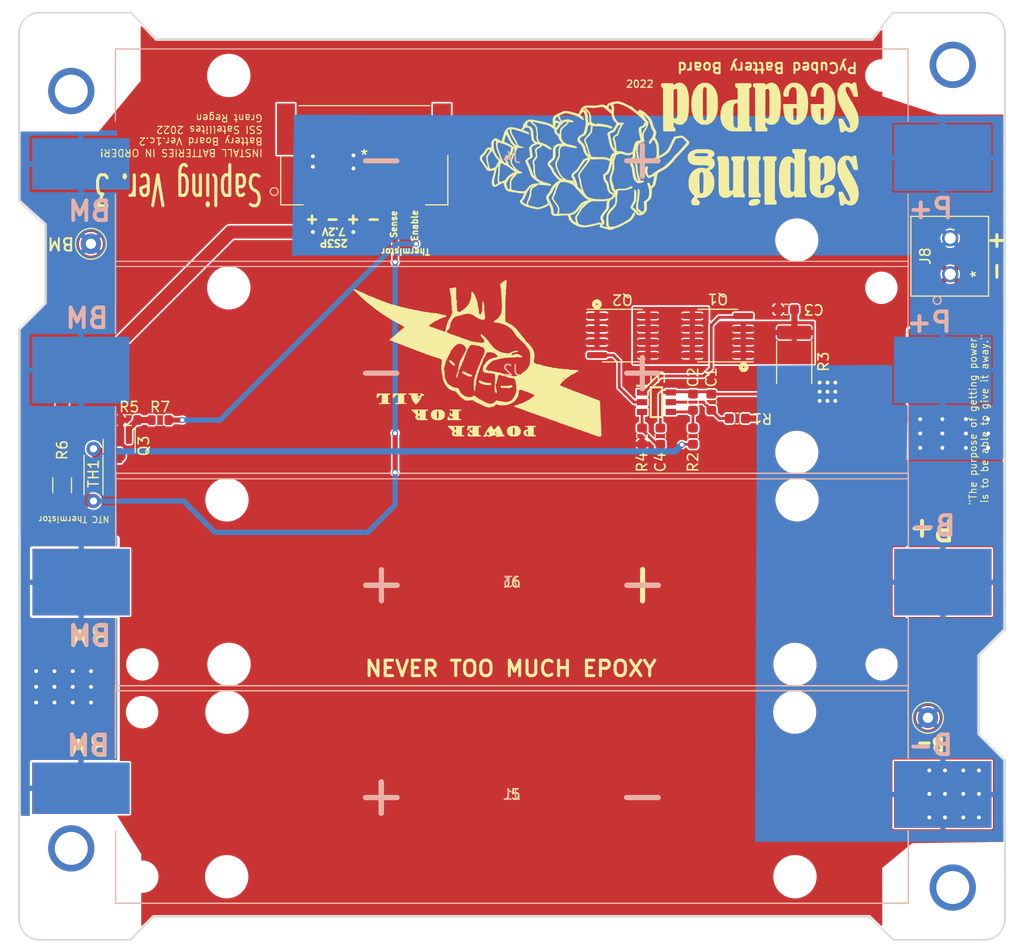
<source format=kicad_pcb>
(kicad_pcb (version 20211014) (generator pcbnew)
  (title_block (title "Battery Board") (date "2021-12-19") (rev "1.C") (company "Stanford SSI") (comment 1 "Original design by Max Holiday, very small adaptations by Grant Regen"))
  (layers (0 "F.Cu" signal) (31 "B.Cu" signal) (34 "B.Paste" user) (35 "F.Paste" user) (36 "B.SilkS" user "B.Silkscreen") (37 "F.SilkS" user "F.Silkscreen") (38 "B.Mask" user) (39 "F.Mask" user) (44 "Edge.Cuts" user))
  (net 0 "")
  (net 1 "/VDD")
  (net 2 "B-")
  (net 3 "Net-(C2-Pad2)")
  (net 4 "PACK-")
  (net 5 "BM")
  (net 6 "PACK+")
  (net 7 "Net-(Q1-Pad5)")
  (net 8 "Net-(Q1-Pad4)")
  (net 9 "Net-(Q2-Pad4)")
  (net 10 "Net-(C3-Pad1)")
  (net 11 "Net-(C4-Pad2)")
  (net 12 "PyCubed_AIN5")
  (net 13 "DigitalPinTBD")
  (net 15 "Net-(Q3-Pad3)")
  (net 19 "Net-(Q3-Pad1)")
  (net 20 "PyCubed_PA20")
  (footprint "batteryboard:Keystone_1042" (layer "F.Cu") (at 101.1174 129.8448 180)
    (fp_text reference "J5" (at 0 0) (layer "F.SilkS"))
    (fp_text value "KEYSTONE-1042")
    (fp_text user "+" (at 12.7 0) (layer "F.SilkS") (effects (font (size 4 4) (thickness 0.5))))
    (fp_text user "-" (at -12.7 0) (layer "F.SilkS") (effects (font (size 4 4) (thickness 0.5))))
    (pad "" np_thru_hole circle locked (at 27.7241 -8.001 180) (size 3.7084 3.7084) (drill 3.7084) (layers *.Cu *.Mask))
    (pad "" np_thru_hole circle locked (at -27.5209 8.001 180) (size 3.7084 3.7084) (drill 3.7084) (layers *.Cu *.Mask))
    (pad "" np_thru_hole circle locked (at 35.9537 8.001 180) (size 2.6416 2.6416) (drill 2.6416) (layers *.Cu *.Mask))
    (pad "1" smd rect locked (at -41.91 0 180) (size 9.4676 6.477) (layers "F.Cu" "F.Paste" "F.Mask") (net 2 "B-"))
    (pad "2" smd rect locked (at 41.91 0.6 180) (size 9.4676 5) (layers "F.Cu" "F.Paste" "F.Mask") (net 5 "BM"))
  )
  (footprint "custom-footprints:SOT95P280X130-6N" (layer "F.Cu") (at 115.189 91.694)
    (fp_text reference "U1" (at 0 -2.4765 180 unlocked) (layer "F.SilkS"))
    (fp_text value "R5460N233AF" hide)
    (pad "1" smd rect locked (at -1.4 -0.95 90) (size 0.6 1) (layers "F.Cu" "F.Paste" "F.Mask") (net 8 "Net-(Q1-Pad4)"))
    (pad "2" smd rect locked (at -1.4 0 90) (size 0.6 1) (layers "F.Cu" "F.Paste" "F.Mask") (net 9 "Net-(Q2-Pad4)"))
    (pad "3" smd rect locked (at -1.4 0.95 90) (size 0.6 1) (layers "F.Cu" "F.Paste" "F.Mask") (net 11 "Net-(C4-Pad2)"))
    (pad "4" smd rect locked (at 1.4 0.95 90) (size 0.6 1) (layers "F.Cu" "F.Paste" "F.Mask") (net 3 "Net-(C2-Pad2)"))
    (pad "5" smd rect locked (at 1.4 0 90) (size 0.6 1) (layers "F.Cu" "F.Paste" "F.Mask") (net 1 "/VDD"))
    (pad "6" smd rect locked (at 1.4 -0.95 90) (size 0.6 1) (layers "F.Cu" "F.Paste" "F.Mask") (net 2 "B-"))
  )
  (footprint "batteryboard:Keystone_1042" (layer "F.Cu") (at 101.1428 109.1946)
    (fp_text reference "J6" (at 0 0) (layer "F.SilkS"))
    (fp_text value "KEYSTONE-1042")
    (fp_text user "-" (at -12.7 0) (layer "F.SilkS") (effects (font (size 4 4) (thickness 0.5))))
    (fp_text user "+" (at 12.7 0) (layer "F.SilkS") (effects (font (size 4 4) (thickness 0.5))))
    (pad "" np_thru_hole circle locked (at -27.5209 8.001) (size 3.7084 3.7084) (drill 3.7084) (layers *.Cu *.Mask))
    (pad "" np_thru_hole circle locked (at 35.9537 8.001) (size 2.6416 2.6416) (drill 2.6416) (layers *.Cu *.Mask))
    (pad "" np_thru_hole circle locked (at 27.7241 -8.001) (size 3.7084 3.7084) (drill 3.7084) (layers *.Cu *.Mask))
    (pad "1" smd rect locked (at -41.91 0) (size 9.4676 6.477) (layers "F.Cu" "F.Paste" "F.Mask") (net 5 "BM"))
    (pad "2" smd rect locked (at 41.91 0) (size 9.4676 6.477) (layers "F.Cu" "F.Paste" "F.Mask") (net 6 "PACK+"))
  )
  (footprint "Capacitor_SMD:C_0603_1608Metric" (layer "F.Cu") (at 120.523 91.694 -90)
    (fp_text reference "C1" (at -2.413 0 90) (layer "F.SilkS"))
    (fp_text value "0.1uF")
    (pad "1" smd roundrect locked (at -0.7875 0 270) (size 0.875 0.95) (layers "F.Cu" "F.Paste" "F.Mask") (net 2 "B-"))
    (pad "2" smd roundrect locked (at 0.7875 0 270) (size 0.875 0.95) (layers "F.Cu" "F.Paste" "F.Mask") (net 1 "/VDD"))
  )
  (footprint "Capacitor_SMD:C_0603_1608Metric" (layer "F.Cu") (at 118.745 91.694 -90)
    (fp_text reference "C2" (at -2.413 0 90) (layer "F.SilkS"))
    (fp_text value "0.1uF")
    (pad "1" smd roundrect locked (at -0.7875 0 270) (size 0.875 0.95) (layers "F.Cu" "F.Paste" "F.Mask") (net 2 "B-"))
    (pad "2" smd roundrect locked (at 0.7875 0 270) (size 0.875 0.95) (layers "F.Cu" "F.Paste" "F.Mask") (net 3 "Net-(C2-Pad2)"))
  )
  (footprint "Capacitor_SMD:C_0603_1608Metric" (layer "F.Cu") (at 115.57 94.996 -90)
    (fp_text reference "C4" (at 2.54 0 90) (layer "F.SilkS"))
    (fp_text value "0.1uF")
    (pad "1" smd roundrect locked (at -0.7875 0 270) (size 0.875 0.95) (layers "F.Cu" "F.Paste" "F.Mask") (net 2 "B-"))
    (pad "2" smd roundrect locked (at 0.7875 0 270) (size 0.875 0.95) (layers "F.Cu" "F.Paste" "F.Mask") (net 11 "Net-(C4-Pad2)"))
  )
  (footprint "Capacitor_SMD:C_0603_1608Metric" (layer "F.Cu") (at 127.8255 82.677 180)
    (fp_text reference "C3" (at -2.667 0 180 unlocked) (layer "F.SilkS"))
    (fp_text value "0.1uF")
    (pad "1" smd roundrect locked (at -0.7875 0 180) (size 0.875 0.95) (layers "F.Cu" "F.Paste" "F.Mask") (net 10 "Net-(C3-Pad1)"))
    (pad "2" smd roundrect locked (at 0.7875 0 180) (size 0.875 0.95) (layers "F.Cu" "F.Paste" "F.Mask") (net 4 "PACK-"))
  )
  (footprint "Resistor_SMD:R_0603_1608Metric" (layer "F.Cu") (at 123.063 93.2815 180)
    (fp_text reference "R1" (at -2.413 0 180 unlocked) (layer "F.SilkS"))
    (fp_text value "330")
    (pad "1" smd roundrect locked (at -0.7875 0 180) (size 0.875 0.95) (layers "F.Cu" "F.Paste" "F.Mask") (net 6 "PACK+"))
    (pad "2" smd roundrect locked (at 0.7875 0 180) (size 0.875 0.95) (layers "F.Cu" "F.Paste" "F.Mask") (net 1 "/VDD"))
  )
  (footprint "Resistor_SMD:R_0603_1608Metric" (layer "F.Cu") (at 118.745 94.996 90)
    (fp_text reference "R2" (at -2.54 0 90) (layer "F.SilkS"))
    (fp_text value "330")
    (pad "1" smd roundrect locked (at -0.7875 0 90) (size 0.875 0.95) (layers "F.Cu" "F.Paste" "F.Mask") (net 5 "BM"))
    (pad "2" smd roundrect locked (at 0.7875 0 90) (size 0.875 0.95) (layers "F.Cu" "F.Paste" "F.Mask") (net 3 "Net-(C2-Pad2)"))
  )
  (footprint "Package_SO:SOIC-8_3.9x4.9mm_P1.27mm" (layer "F.Cu") (at 111.887 85.217)
    (fp_text reference "Q2" (at 0 -3.4925 180 unlocked) (layer "F.SilkS"))
    (fp_text value "IRF7458")
    (pad "1" smd roundrect locked (at -2.475 -1.905) (size 1.95 0.6) (layers "F.Cu" "F.Paste" "F.Mask") (net 4 "PACK-"))
    (pad "2" smd roundrect locked (at -2.475 -0.635) (size 1.95 0.6) (layers "F.Cu" "F.Paste" "F.Mask") (net 4 "PACK-"))
    (pad "3" smd roundrect locked (at -2.475 0.635) (size 1.95 0.6) (layers "F.Cu" "F.Paste" "F.Mask") (net 4 "PACK-"))
    (pad "4" smd roundrect locked (at -2.475 1.905) (size 1.95 0.6) (layers "F.Cu" "F.Paste" "F.Mask") (net 9 "Net-(Q2-Pad4)"))
    (pad "5" smd roundrect locked (at 2.475 1.905) (size 1.95 0.6) (layers "F.Cu" "F.Paste" "F.Mask") (net 7 "Net-(Q1-Pad5)"))
    (pad "6" smd roundrect locked (at 2.475 0.635) (size 1.95 0.6) (layers "F.Cu" "F.Paste" "F.Mask") (net 7 "Net-(Q1-Pad5)"))
    (pad "7" smd roundrect locked (at 2.475 -0.635) (size 1.95 0.6) (layers "F.Cu" "F.Paste" "F.Mask") (net 7 "Net-(Q1-Pad5)"))
    (pad "8" smd roundrect locked (at 2.475 -1.905) (size 1.95 0.6) (layers "F.Cu" "F.Paste" "F.Mask") (net 7 "Net-(Q1-Pad5)"))
  )
  (footprint "Package_SO:SOIC-8_3.9x4.9mm_P1.27mm" (layer "F.Cu") (at 121.158 85.217 180)
    (fp_text reference "Q1" (at 0 3.556 180 unlocked) (layer "F.SilkS"))
    (fp_text value "IRF7458")
    (pad "1" smd roundrect locked (at -2.475 -1.905 180) (size 1.95 0.6) (layers "F.Cu" "F.Paste" "F.Mask") (net 10 "Net-(C3-Pad1)"))
    (pad "2" smd roundrect locked (at -2.475 -0.635 180) (size 1.95 0.6) (layers "F.Cu" "F.Paste" "F.Mask") (net 10 "Net-(C3-Pad1)"))
    (pad "3" smd roundrect locked (at -2.475 0.635 180) (size 1.95 0.6) (layers "F.Cu" "F.Paste" "F.Mask") (net 10 "Net-(C3-Pad1)"))
    (pad "4" smd roundrect locked (at -2.475 1.905 180) (size 1.95 0.6) (layers "F.Cu" "F.Paste" "F.Mask") (net 8 "Net-(Q1-Pad4)"))
    (pad "5" smd roundrect locked (at 2.475 1.905 180) (size 1.95 0.6) (layers "F.Cu" "F.Paste" "F.Mask") (net 7 "Net-(Q1-Pad5)"))
    (pad "6" smd roundrect locked (at 2.475 0.635 180) (size 1.95 0.6) (layers "F.Cu" "F.Paste" "F.Mask") (net 7 "Net-(Q1-Pad5)"))
    (pad "7" smd roundrect locked (at 2.475 -0.635 180) (size 1.95 0.6) (layers "F.Cu" "F.Paste" "F.Mask") (net 7 "Net-(Q1-Pad5)"))
    (pad "8" smd roundrect locked (at 2.475 -1.905 180) (size 1.95 0.6) (layers "F.Cu" "F.Paste" "F.Mask") (net 7 "Net-(Q1-Pad5)"))
  )
  (footprint "Resistor_SMD:R_0603_1608Metric" (layer "F.Cu") (at 113.792 94.996 -90)
    (fp_text reference "R4" (at 2.54 0 90) (layer "F.SilkS"))
    (fp_text value "1K")
    (pad "1" smd roundrect locked (at -0.7875 0 270) (size 0.875 0.95) (layers "F.Cu" "F.Paste" "F.Mask") (net 11 "Net-(C4-Pad2)"))
    (pad "2" smd roundrect locked (at 0.7875 0 270) (size 0.875 0.95) (layers "F.Cu" "F.Paste" "F.Mask") (net 4 "PACK-"))
  )
  (footprint "Resistor_SMD:R_2512_6332Metric" (layer "F.Cu") (at 128.5875 87.8205 90)
    (fp_text reference "R3" (at 0.0635 2.8575 90) (layer "F.SilkS"))
    (fp_text value "0.01")
    (pad "1" smd roundrect locked (at -2.9 0 90) (size 1.35 3.35) (layers "F.Cu" "F.Paste" "F.Mask") (roundrect_rratio 0.185185) (net 2 "B-"))
    (pad "2" smd roundrect locked (at 2.9 0 90) (size 1.35 3.35) (layers "F.Cu" "F.Paste" "F.Mask") (roundrect_rratio 0.185185) (net 10 "Net-(C3-Pad1)"))
  )
  (footprint "TestPoint:TestPoint_Loop_D1.80mm_Drill1.0mm_Beaded" (layer "F.Cu") (at 141.5923 122.3899)
    (fp_text reference "TP1" hide)
    (fp_text value "TestPoint")
    (pad "1" thru_hole circle locked (at 0 0) (size 2 2) (drill 1) (layers *.Cu *.Mask) (net 2 "B-"))
  )
  (footprint "TestPoint:TestPoint_Loop_D1.80mm_Drill1.0mm_Beaded" (layer "F.Cu") (at 60.1853 76.2889)
    (fp_text reference "TP2" hide)
    (fp_text value "TestPoint")
    (pad "1" thru_hole circle locked (at 0 0) (size 2 2) (drill 1) (layers *.Cu *.Mask) (net 5 "BM"))
  )
  (footprint "custom-footprints:MountingHole_3.2mm_M3_DIN965_PadMOD" (layer "F.Cu") (at 144.0103 138.8999)
    (fp_text reference "H4" hide)
    (fp_text value "MountingHole_Pad")
    (pad "1" thru_hole circle locked (at 0 0) (size 4.5 4.5) (drill 3.2) (layers *.Cu *.Mask))
  )
  (footprint "custom-footprints:MountingHole_3.2mm_M3_DIN965_PadMOD" (layer "F.Cu") (at 58.2803 61.4299)
    (fp_text reference "H2" hide)
    (fp_text value "MountingHole_Pad")
    (pad "1" thru_hole circle locked (at 0 0) (size 4.5 4.5) (drill 3.2) (layers *.Cu *.Mask))
  )
  (footprint "custom-footprints:MountingHole_3.2mm_M3_DIN965_PadMOD" (layer "F.Cu") (at 58.2803 135.0899)
    (fp_text reference "H1" hide)
    (fp_text value "MountingHole_Pad")
    (pad "1" thru_hole circle locked (at 0 0) (size 4.5 4.5) (drill 3.2) (layers *.Cu *.Mask))
  )
  (footprint "custom-footprints:MountingHole_3.2mm_M3_DIN965_PadMOD" (layer "F.Cu") (at 144.0103 58.8899)
    (fp_text reference "H3" hide)
    (fp_text value "MountingHole_Pad")
    (pad "1" thru_hole circle locked (at 0 0) (size 4.5 4.5) (drill 3.2) (layers *.Cu *.Mask))
  )
  (footprint "batteryboard:pheonix_2pos_screwterminal" (layer "F.Cu") (at 143.764 79.248 90)
    (fp_text reference "J8" (at 1.75 -2.4257 90) (layer "F.SilkS"))
    (fp_text value "Screw_Terminal_01x02" hide)
    (fp_text user "*" (at 0 2.54 90) (layer "F.SilkS"))
    (pad "1" thru_hole circle locked (at -0.000001 0 90) (size 1.6002 1.6002) (drill 1.0922) (layers *.Cu *.Mask) (net 4 "PACK-"))
    (pad "2" thru_hole circle locked (at 3.500002 0 90) (size 1.6002 1.6002) (drill 1.0922) (layers *.Cu *.Mask) (net 6 "PACK+"))
  )
  (footprint "batteryboard:5023520600" (layer "F.Cu") (at 86.776301 67.6799 180)
    (fp_text reference "J7" hide)
    (fp_text value "MOLEX 5023520601")
    (fp_text user "*" (at 0 0) (layer "F.SilkS"))
    (pad "1" smd rect locked (at 5 -3.529 180) (size 1.2446 3.2512) (layers "F.Cu" "F.Paste" "F.Mask") (net 6 "PACK+"))
    (pad "2" smd rect locked (at 2.999999 -3.529 180) (size 1.2446 3.2512) (layers "F.Cu" "F.Paste" "F.Mask") (net 4 "PACK-"))
    (pad "3" smd rect locked (at 1.000001 -3.529 180) (size 1.2446 3.2512) (layers "F.Cu" "F.Paste" "F.Mask") (net 6 "PACK+"))
    (pad "4" smd rect locked (at -1.000001 -3.529 180) (size 1.2446 3.2512) (layers "F.Cu" "F.Paste" "F.Mask") (net 4 "PACK-"))
    (pad "5" smd rect locked (at -2.999999 -3.529 180) (size 1.2446 3.2512) (layers "F.Cu" "F.Paste" "F.Mask") (net 12 "PyCubed_AIN5"))
    (pad "6" smd rect locked (at -5 -3.529 180) (size 1.2446 3.2512) (layers "F.Cu" "F.Paste" "F.Mask") (net 13 "DigitalPinTBD"))
    (pad "7" smd rect locked (at -7.55 2.54) (size 1.7526 5) (layers "F.Cu" "F.Paste" "F.Mask"))
    (pad "8" smd rect locked (at 7.62 2.54) (size 1.7526 5) (layers "F.Cu" "F.Paste" "F.Mask"))
  )
  (footprint "Resistor_SMD:R_0603_1608Metric" (layer "F.Cu") (at 63.8803 93.4299 180)
    (fp_text reference "R5" (at -0.03 1.27) (layer "F.SilkS"))
    (fp_text value "100k")
    (pad "1" smd roundrect locked (at -0.825 0 180) (size 0.8 0.95) (layers "F.Cu" "F.Paste" "F.Mask") (net 19 "Net-(Q3-Pad1)"))
    (pad "2" smd roundrect locked (at 0.825 0 180) (size 0.8 0.95) (layers "F.Cu" "F.Paste" "F.Mask") (net 4 "PACK-"))
  )
  (footprint "Resistor_SMD:R_1206_3216Metric" (layer "F.Cu") (at 57.3913 99.7839 -90)
    (fp_text reference "R6" (at -3.429 0 90) (layer "F.SilkS"))
    (fp_text value "200k")
    (pad "1" smd roundrect locked (at -1.4625 0 270) (size 1.125 1.75) (layers "F.Cu" "F.Paste" "F.Mask") (roundrect_rratio 0.222222) (net 6 "PACK+"))
    (pad "2" smd roundrect locked (at 1.4625 0 270) (size 1.125 1.75) (layers "F.Cu" "F.Paste" "F.Mask") (roundrect_rratio 0.222222) (net 12 "PyCubed_AIN5"))
  )
  (footprint "Resistor_THT:R_Axial_DIN0204_L3.6mm_D1.6mm_P5.08mm_Horizontal" (layer "F.Cu") (at 60.4393 101.3079 90)
    (fp_text reference "TH1" (at 2.667 0 90) (layer "F.SilkS"))
    (fp_text value "TTDO-10KC8-3-1%")
    (pad "1" thru_hole circle locked (at 0 0 90) (size 1.4 1.4) (drill 0.7) (layers *.Cu *.Mask) (net 12 "PyCubed_AIN5"))
    (pad "2" thru_hole oval locked (at 5.08 0 90) (size 1.4 1.4) (drill 0.7) (layers *.Cu *.Mask) (net 15 "Net-(Q3-Pad3)"))
  )
  (footprint "Resistor_SMD:R_0603_1608Metric" (layer "F.Cu") (at 66.9163 93.4339 180)
    (fp_text reference "R7" (at 0 1.27) (layer "F.SilkS"))
    (fp_text value "200k")
    (pad "1" smd roundrect locked (at -0.825 0 180) (size 0.8 0.95) (layers "F.Cu" "F.Paste" "F.Mask") (net 20 "PyCubed_PA20"))
    (pad "2" smd roundrect locked (at 0.825 0 180) (size 0.8 0.95) (layers "F.Cu" "F.Paste" "F.Mask") (net 19 "Net-(Q3-Pad1)"))
  )
  (footprint "Package_TO_SOT_SMD:SOT-23" (layer "F.Cu") (at 62.9303 95.9499 -90)
    (fp_text reference "Q3" (at 0 -2.4 90) (layer "F.SilkS"))
    (fp_text value "MMBT2222AT")
    (pad "1" smd roundrect (at -0.9375 -0.95 270) (size 1.475 0.6) (layers "F.Cu" "F.Paste" "F.Mask") (net 19 "Net-(Q3-Pad1)"))
    (pad "2" smd roundrect (at -0.9375 0.95 270) (size 1.475 0.6) (layers "F.Cu" "F.Paste" "F.Mask") (net 4 "PACK-"))
    (pad "3" smd roundrect (at 0.9375 0 270) (size 1.475 0.6) (layers "F.Cu" "F.Paste" "F.Mask") (net 15 "Net-(Q3-Pad3)"))
  )
  (footprint "batteryboard:SeedPodLogo" (layer "F.Cu") (at 116.1103 67.0999 180)
    (fp_text reference "Ref**" hide)
    (fp_text value "Val**" hide)
    (fp_text user "2022" (at 2.54 6.35) (layer "F.SilkS") (effects (font (size 0.7 0.7) (thickness 0.12))))
  )
  (footprint "batteryboard:PowerLogo" (layer "F.Cu") (at 98.2603 87.4099 180)
    (fp_text reference "Ref**" hide)
    (fp_text value "Val**" hide)
  )
  (footprint "batteryboard:Keystone_1042" (layer "B.Cu") (at 101.1174 88.5698)
    (fp_text reference "J2" (at 0 0) (layer "B.SilkS") (effects (justify mirror)))
    (fp_text value "KEYSTONE-1042")
    (fp_text user "-" (at -12.7 0) (layer "B.SilkS") (effects (font (size 4 4) (thickness 0.5)) (justify mirror)))
    (fp_text user "+" (at 12.7 0) (layer "B.SilkS") (effects (font (size 4 4) (thickness 0.5)) (justify mirror)))
    (pad "" np_thru_hole circle locked (at 35.9537 -8.001) (size 2.6416 2.6416) (drill 2.6416) (layers *.Cu *.Mask))
    (pad "" np_thru_hole circle locked (at -27.5209 -8.001) (size 3.7084 3.7084) (drill 3.7084) (layers *.Cu *.Mask))
    (pad "" np_thru_hole circle locked (at 27.7241 8.001) (size 3.7084 3.7084) (drill 3.7084) (layers *.Cu *.Mask))
    (pad "1" smd rect locked (at -41.91 0) (size 9.4676 6.477) (layers "B.Cu" "B.Paste" "B.Mask") (net 5 "BM"))
    (pad "2" smd rect locked (at 41.91 0) (size 9.4676 6.477) (layers "B.Cu" "B.Paste" "B.Mask") (net 6 "PACK+"))
  )
  (footprint "batteryboard:Keystone_1042" (layer "B.Cu") (at 101.1428 129.8448 180)
    (fp_text reference "J1" (at 0 0) (layer "B.SilkS") (effects (justify mirror)))
    (fp_text value "KEYSTONE-1042")
    (fp_text user "+" (at 12.7 0) (layer "B.SilkS") (effects (font (size 4 4) (thickness 0.5)) (justify mirror)))
    (fp_text user "-" (at -12.7 0) (layer "B.SilkS") (effects (font (size 4 4) (thickness 0.5)) (justify mirror)))
    (pad "" np_thru_hole circle locked (at 35.9537 -8.001 180) (size 2.6416 2.6416) (drill 2.6416) (layers *.Cu *.Mask))
    (pad "" np_thru_hole circle locked (at -27.5209 -8.001 180) (size 3.7084 3.7084) (drill 3.7084) (layers *.Cu *.Mask))
    (pad "" np_thru_hole circle locked (at 27.7241 8.001 180) (size 3.7084 3.7084) (drill 3.7084) (layers *.Cu *.Mask))
    (pad "1" smd rect locked (at -41.91 0 180) (size 9.4676 6.477) (layers "B.Cu" "B.Paste" "B.Mask") (net 2 "B-"))
    (pad "2" smd rect locked (at 41.91 0.6 180) (size 9.4676 5) (layers "B.Cu" "B.Paste" "B.Mask") (net 5 "BM"))
  )
  (footprint "batteryboard:Keystone_1042" (layer "B.Cu") (at 101.1428 109.1946 180)
    (fp_text reference "J3" (at 0 0) (layer "B.SilkS") (effects (justify mirror)))
    (fp_text value "KEYSTONE-1042")
    (fp_text user "+" (at 12.7 0) (layer "B.SilkS") (effects (font (size 4 4) (thickness 0.5)) (justify mirror)))
    (fp_text user "-" (at -12.7 0) (layer "B.SilkS") (effects (font (size 4 4) (thickness 0.5)) (justify mirror)))
    (pad "" np_thru_hole circle locked (at 27.7241 8.001 180) (size 3.7084 3.7084) (drill 3.7084) (layers *.Cu *.Mask))
    (pad "" np_thru_hole circle locked (at 35.9537 -8.001 180) (size 2.6416 2.6416) (drill 2.6416) (layers *.Cu *.Mask))
    (pad "" np_thru_hole circle locked (at -27.5209 -8.001 180) (size 3.7084 3.7084) (drill 3.7084) (layers *.Cu *.Mask))
    (pad "1" smd rect locked (at -41.91 0 180) (size 9.4676 6.477) (layers "B.Cu" "B.Paste" "B.Mask") (net 2 "B-"))
    (pad "2" smd rect locked (at 41.91 0 180) (size 9.4676 6.477) (layers "B.Cu" "B.Paste" "B.Mask") (net 5 "BM"))
  )
  (footprint "batteryboard:Keystone_1042" (layer "B.Cu") (at 101.1174 67.9196)
    (fp_text reference "J4" (at 0 0) (layer "B.SilkS") (effects (justify mirror)))
    (fp_text value "KEYSTONE-1042")
    (fp_text user "+" (at 12.7 0) (layer "B.SilkS") (effects (font (size 4 4) (thickness 0.5)) (justify mirror)))
    (fp_text user "-" (at -12.7 0) (layer "B.SilkS") (effects (font (size 4 4) (thickness 0.5)) (justify mirror)))
    (pad "" np_thru_hole circle locked (at -27.5209 -8.001) (size 3.7084 3.7084) (drill 3.7084) (layers *.Cu *.Mask))
    (pad "" np_thru_hole circle locked (at 27.7241 8.001) (size 3.7084 3.7084) (drill 3.7084) (layers *.Cu *.Mask))
    (pad "" np_thru_hole circle locked (at 35.9537 -8.001) (size 2.6416 2.6416) (drill 2.6416) (layers *.Cu *.Mask))
    (pad "1" smd rect locked (at -41.91 0.6) (size 9.4676 5) (layers "B.Cu" "B.Paste" "B.Mask") (net 5 "BM"))
    (pad "2" smd rect locked (at 41.91 0) (size 9.4676 6.477) (layers "B.Cu" "B.Paste" "B.Mask") (net 6 "PACK+"))
  )
  (gr_circle (center 123.6726 88.2904) (end 123.7488 88.3158) (layer "F.SilkS") (width 0.4) (fill none))
  (gr_circle (center 109.3978 82.169) (end 109.474 82.1944) (layer "F.SilkS") (width 0.4) (fill none))
  (gr_arc (start 55.2003 143.9799) (mid 53.786086 143.394114) (end 53.2003 141.9799) (layer "Edge.Cuts") (width 0.15))
  (gr_arc (start 149.0853 141.9799) (mid 148.499514 143.394114) (end 147.0853 143.9799) (layer "Edge.Cuts") (width 0.15))
  (gr_arc (start 147.0853 53.8099) (mid 148.499514 54.395686) (end 149.0853 55.8099) (layer "Edge.Cuts") (width 0.15))
  (gr_line (start 53.2003 84.582) (end 53.2003 141.9799) (layer "Edge.Cuts") (width 0.15))
  (gr_arc (start 53.2003 55.8099) (mid 53.786086 54.395686) (end 55.2003 53.8099) (layer "Edge.Cuts") (width 0.15))
  (gr_line (start 55.2003 143.9799) (end 64.0395 143.9799) (layer "Edge.Cuts") (width 0.15))
  (gr_line (start 149.098 113.792) (end 149.0853 55.8099) (layer "Edge.Cuts") (width 0.15))
  (gr_line (start 135.89 141.732) (end 66.294 141.732) (layer "Edge.Cuts") (width 0.15))
  (gr_line (start 64.0395 143.9799) (end 66.294 141.732) (layer "Edge.Cuts") (width 0.15))
  (gr_line (start 147.0853 143.9799) (end 138.2461 143.9799) (layer "Edge.Cuts") (width 0.15))
  (gr_line (start 66.548 56.388) (end 64.0969 53.8099) (layer "Edge.Cuts") (width 0.15))
  (gr_line (start 136.144 56.388) (end 66.548 56.388) (layer "Edge.Cuts") (width 0.15))
  (gr_line (start 136.144 56.388) (end 138.1887 53.8099) (layer "Edge.Cuts") (width 0.15))
  (gr_line (start 147.0853 53.8099) (end 138.1887 53.8099) (layer "Edge.Cuts") (width 0.15))
  (gr_line (start 64.0969 53.8099) (end 55.2003 53.8099) (layer "Edge.Cuts") (width 0.15))
  (gr_line (start 53.2003 72.136) (end 53.2003 55.8099) (layer "Edge.Cuts") (width 0.15))
  (gr_line (start 149.0853 141.9799) (end 149.098 126.492) (layer "Edge.Cuts") (width 0.15))
  (gr_line (start 146.558 123.952) (end 149.098 126.492) (layer "Edge.Cuts") (width 0.15))
  (gr_line (start 146.558 116.332) (end 146.558 123.952) (layer "Edge.Cuts") (width 0.15))
  (gr_line (start 53.2003 84.582) (end 55.7403 82.042) (layer "Edge.Cuts") (width 0.15))
  (gr_line (start 138.2461 143.9799) (end 135.89 141.732) (layer "Edge.Cuts") (width 0.15))
  (gr_line (start 55.7403 74.422) (end 53.2003 72.136) (layer "Edge.Cuts") (width 0.15))
  (gr_line (start 55.7403 82.042) (end 55.7403 74.422) (layer "Edge.Cuts") (width 0.15))
  (gr_line (start 149.098 113.792) (end 146.558 116.332) (layer "Edge.Cuts") (width 0.15))
  (gr_text "BM" (at 60.0583 114.3889) (layer "B.SilkS") (effects (font (size 1.905 1.905) (thickness 0.381)) (justify mirror)))
  (gr_text "BM" (at 59.8043 83.5279) (layer "B.SilkS") (effects (font (size 1.905 1.905) (thickness 0.381)) (justify mirror)))
  (gr_text "BM" (at 60.0583 73.1139) (layer "B.SilkS") (effects (font (size 1.905 1.905) (thickness 0.381)) (justify mirror)))
  (gr_text "BM" (at 59.9313 125.0569) (layer "B.SilkS") (effects (font (size 1.905 1.905) (thickness 0.381)) (justify mirror)))
  (gr_text "B-" (at 141.8463 125.0569) (layer "B.SilkS") (effects (font (size 1.905 1.905) (thickness 0.381)) (justify mirror)))
  (gr_text "B-" (at 142.1003 103.7209) (layer "B.SilkS") (effects (font (size 1.905 1.905) (thickness 0.381)) (justify mirror)))
  (gr_text "P+" (at 141.7193 83.9089) (layer "B.SilkS") (effects (font (size 1.905 1.905) (thickness 0.381)) (justify mirror)))
  (gr_text "P+" (at 141.8463 72.8599) (layer "B.SilkS") (effects (font (size 1.905 1.905) (thickness 0.381)) (justify mirror)))
  (gr_text "BM" (at 59.9313 124.9299 180) (layer "F.SilkS") (effects (font (size 1.905 1.905) (thickness 0.381))))
  (gr_text "B-" (at 141.8463 124.9299 180) (layer "F.SilkS") (effects (font (size 1.2 1.2) (thickness 0.3))))
  (gr_text "P+" (at 141.9733 104.1019 180) (layer "F.SilkS") (effects (font (size 1.905 1.905) (thickness 0.381))))
  (gr_text "NTC Thermistor" (at 58.5343 103.0859 180) (layer "F.SilkS") (effects (font (size 0.6 0.6) (thickness 0.1))))
  (gr_text "2S3P\n7.2V" (at 83.8073 75.6539 180) (layer "F.SilkS") (effects (font (size 0.7 0.7) (thickness 0.175))))
  (gr_text "- +" (at 148.1963 77.47 90) (layer "F.SilkS") (effects (font (size 1.5 1.5) (thickness 0.3))))
  (gr_text "INSTALL BATTERIES IN ORDER!\nBattery Board Ver.1c.2\nSSI Satellites 2022\nGrant Regen\n" (at 76.9493 65.7479 180) (layer "F.SilkS") (effects (font (size 0.7 0.7) (thickness 0.1)) (justify left)))
  (gr_text "BM" (at 57.2643 76.2889 180) (layer "F.SilkS") (effects (font (size 1.2 1.2) (thickness 0.2))))
  (gr_text "Enable" (at 91.6813 74.5109 90) (layer "F.SilkS") (effects (font (size 0.6 0.6))))
  (gr_text "Sense" (at 89.6493 74.3839 90) (layer "F.SilkS") (effects (font (size 0.6 0.6))))
  (gr_text "Thermistor" (at 90.7923 77.0509 180) (layer "F.SilkS") (effects (font (size 0.6 0.6))))
  (gr_text "\"The purpose of getting power \nis to be able to give it away.\"" (at 146.5453 93.3069 90) (layer "F.SilkS") (effects (font (size 0.7 0.7) (thickness 0.1))))
  (gr_text "PyCubed Battery Board" (at 125.9713 59.1439 180) (layer "F.SilkS") (effects (font (size 1 1) (thickness 0.2))))
  (gr_text "- + - +" (at 84.6963 74.0029 180) (layer "F.SilkS") (effects (font (size 1 1) (thickness 0.25))))
  (gr_text "BM" (at 60.0583 114.2619 180) (layer "F.SilkS") (effects (font (size 1.905 1.905) (thickness 0.381))))
  (gr_text "NEVER TOO MUCH EPOXY" (at 101.0303 117.6099) (layer "F.SilkS") (effects (font (size 1.5 1.5) (thickness 0.3))))
  (gr_text "Sapling Ver. 3" (at 68.6943 70.9549 180) (layer "F.SilkS") (effects (font (size 3 1.5) (thickness 0.3))))
  (segment (start 119.761 91.694) (end 120.523 92.456) (width 0.2794) (layer "F.Cu") (net 1))
  (segment (start 121.323 93.2815) (end 120.523 92.4815) (width 0.2794) (layer "F.Cu") (net 1))
  (segment (start 122.2755 93.2815) (end 121.323 93.2815) (width 0.2794) (layer "F.Cu") (net 1))
  (segment (start 116.589 91.694) (end 119.761 91.694) (width 0.2794) (layer "F.Cu") (net 1))
  (segment (start 120.523 92.456) (end 120.523 92.4815) (width 0.2794) (layer "F.Cu") (net 1))
  (segment (start 118.745 90.678) (end 120.2945 90.678) (width 0.2794) (layer "F.Cu") (net 2))
  (segment (start 120.523 90.9065) (end 128.4015 90.9065) (width 0.2794) (layer "F.Cu") (net 2))
  (segment (start 118.745 90.9065) (end 118.745 90.678) (width 0.2794) (layer "F.Cu") (net 2))
  (segment (start 115.57 90.9836) (end 115.8096 90.744) (width 0.2794) (layer "F.Cu") (net 2))
  (segment (start 120.2945 90.678) (end 120.523 90.9065) (width 0.2794) (layer "F.Cu") (net 2))
  (segment (start 116.655 90.678) (end 118.745 90.678) (width 0.2794) (layer "F.Cu") (net 2))
  (segment (start 128.4015 90.9065) (end 128.5875 90.7205) (width 0.2794) (layer "F.Cu") (net 2))
  (segment (start 116.589 90.744) (end 116.655 90.678) (width 0.2794) (layer "F.Cu") (net 2))
  (segment (start 115.8096 90.744) (end 116.589 90.744) (width 0.2794) (layer "F.Cu") (net 2))
  (segment (start 115.57 94.2085) (end 115.57 90.9836) (width 0.2794) (layer "F.Cu") (net 2))
  (via (at 143.256 129.794) (size 0.5842) (drill 0.381) (layers "F.Cu" "B.Cu") (net 2))
  (via (at 146.558 129.794) (size 0.5842) (drill 0.381) (layers "F.Cu" "B.Cu") (net 2))
  (via (at 145.034 129.794) (size 0.5842) (drill 0.381) (layers "F.Cu" "B.Cu") (net 2))
  (via (at 141.732 129.794) (size 0.5842) (drill 0.381) (layers "F.Cu" "B.Cu") (net 2))
  (via (at 146.558 132.08) (size 0.5842) (drill 0.381) (layers "F.Cu" "B.Cu") (net 2))
  (via (at 141.732 132.08) (size 0.5842) (drill 0.381) (layers "F.Cu" "B.Cu") (net 2))
  (via (at 143.256 132.08) (size 0.5842) (drill 0.381) (layers "F.Cu" "B.Cu") (net 2))
  (via (at 145.034 132.08) (size 0.5842) (drill 0.381) (layers "F.Cu" "B.Cu") (net 2))
  (via (at 131.826 90.678) (size 0.5842) (drill 0.381) (layers "F.Cu" "B.Cu") (net 2))
  (via (at 132.588 90.678) (size 0.5842) (drill 0.381) (layers "F.Cu" "B.Cu") (net 2))
  (via (at 131.064 90.678) (size 0.5842) (drill 0.381) (layers "F.Cu" "B.Cu") (net 2))
  (via (at 131.826 91.567) (size 0.5842) (drill 0.381) (layers "F.Cu" "B.Cu") (net 2))
  (via (at 131.064 91.567) (size 0.5842) (drill 0.381) (layers "F.Cu" "B.Cu") (net 2))
  (via (at 132.588 91.567) (size 0.5842) (drill 0.381) (layers "F.Cu" "B.Cu") (net 2))
  (via (at 143.256 127.508) (size 0.5842) (drill 0.381) (layers "F.Cu" "B.Cu") (net 2))
  (via (at 146.558 127.508) (size 0.5842) (drill 0.381) (layers "F.Cu" "B.Cu") (net 2))
  (via (at 145.034 127.508) (size 0.5842) (drill 0.381) (layers "F.Cu" "B.Cu") (net 2))
  (via (at 131.826 89.789) (size 0.5842) (drill 0.381) (layers "F.Cu" "B.Cu") (net 2))
  (via (at 141.732 127.508) (size 0.5842) (drill 0.381) (layers "F.Cu" "B.Cu") (net 2))
  (via (at 131.064 89.789) (size 0.5842) (drill 0.381) (layers "F.Cu" "B.Cu") (net 2))
  (via (at 132.588 89.789) (size 0.5842) (drill 0.381) (layers "F.Cu" "B.Cu") (net 2))
  (segment (start 118.745 92.4815) (end 118.745 94.2085) (width 0.2794) (layer "F.Cu") (net 3))
  (segment (start 118.5825 92.644) (end 118.745 92.4815) (width 0.2794) (layer "F.Cu") (net 3))
  (segment (start 116.589 92.644) (end 118.5825 92.644) (width 0.2794) (layer "F.Cu") (net 3))
  (segment (start 61.9803 95.0124) (end 61.9803 93.7099) (width 0.6096) (layer "F.Cu") (net 4))
  (segment (start 62.2603 93.4299) (end 63.0553 93.4299) (width 0.6096) (layer "F.Cu") (net 4))
  (segment (start 61.9803 93.7099) (end 62.2603 93.4299) (width 0.6096) (layer "F.Cu") (net 4))
  (segment (start 117.703498 95.7835) (end 117.665498 95.8215) (width 0.2794) (layer "F.Cu") (net 5))
  (segment (start 118.745 95.7835) (end 117.703498 95.7835) (width 0.2794) (layer "F.Cu") (net 5))
  (via (at 54.864 119.38) (size 0.5842) (drill 0.381) (layers "F.Cu" "B.Cu") (net 5))
  (via (at 58.42 119.38) (size 0.5842) (drill 0.381) (layers "F.Cu" "B.Cu") (net 5))
  (via (at 56.642 119.38) (size 0.5842) (drill 0.381) (layers "F.Cu" "B.Cu") (net 5))
  (via (at 60.198 119.38) (size 0.5842) (drill 0.381) (layers "F.Cu" "B.Cu") (net 5))
  (via (at 60.198 120.904) (size 0.5842) (drill 0.381) (layers "F.Cu" "B.Cu") (net 5))
  (via (at 58.42 120.904) (size 0.5842) (drill 0.381) (layers "F.Cu" "B.Cu") (net 5))
  (via (at 54.864 120.904) (size 0.5842) (drill 0.381) (layers "F.Cu" "B.Cu") (net 5))
  (via (at 56.642 120.904) (size 0.5842) (drill 0.381) (layers "F.Cu" "B.Cu") (net 5))
  (via (at 56.642 117.856) (size 0.5842) (drill 0.381) (layers "F.Cu" "B.Cu") (net 5))
  (via (at 58.42 117.856) (size 0.5842) (drill 0.381) (layers "F.Cu" "B.Cu") (net 5))
  (via (at 60.198 117.856) (size 0.5842) (drill 0.381) (layers "F.Cu" "B.Cu") (net 5))
  (via (at 54.864 117.856) (size 0.5842) (drill 0.381) (layers "F.Cu" "B.Cu") (net 5))
  (via (at 117.665498 95.8215) (size 0.5842) (drill 0.381) (layers "F.Cu" "B.Cu") (net 5))
  (segment (start 117.005098 96.4819) (end 61.7601 96.4819) (width 0.6096) (layer "B.Cu") (net 5))
  (segment (start 117.665498 95.8215) (end 117.005098 96.4819) (width 0.6096) (layer "B.Cu") (net 5))
  (segment (start 85.7123 71.2729) (end 85.7763 71.2089) (width 0.6096) (layer "F.Cu") (net 6))
  (segment (start 123.8505 93.2815) (end 139.954 93.2815) (width 0.6096) (layer "F.Cu") (net 6))
  (segment (start 85.725 71.1576) (end 85.7763 71.2089) (width 0.6096) (layer "F.Cu") (net 6))
  (segment (start 73.7743 75.1459) (end 81.7753 75.1459) (width 1.27) (layer "F.Cu") (net 6))
  (segment (start 85.725 67.691) (end 85.725 68.961) (width 0.6096) (layer "F.Cu") (net 6))
  (segment (start 57.3913 98.3214) (end 57.3913 91.5289) (width 1.27) (layer "F.Cu") (net 6))
  (segment (start 81.7753 71.207899) (end 81.776301 71.2089) (width 0.6096) (layer "F.Cu") (net 6))
  (segment (start 85.7123 75.1459) (end 85.7123 71.2729) (width 0.6096) (layer "F.Cu") (net 6))
  (segment (start 81.7753 75.1459) (end 81.7753 71.209901) (width 1.27) (layer "F.Cu") (net 6))
  (segment (start 81.7753 68.7959) (end 81.7753 71.207899) (width 0.6096) (layer "F.Cu") (net 6))
  (segment (start 81.7753 71.209901) (end 81.776301 71.2089) (width 1.27) (layer "F.Cu") (net 6))
  (segment (start 85.725 68.961) (end 85.725 71.1576) (width 0.6096) (layer "F.Cu") (net 6))
  (segment (start 57.3913 91.5289) (end 73.7743 75.1459) (width 1.27) (layer "F.Cu") (net 6))
  (segment (start 81.7753 67.7799) (end 81.7753 68.7959) (width 0.6096) (layer "F.Cu") (net 6))
  (via (at 140.843 94.742) (size 0.5842) (drill 0.381) (layers "F.Cu" "B.Cu") (net 6))
  (via (at 143.002 94.742) (size 0.5842) (drill 0.381) (layers "F.Cu" "B.Cu") (net 6))
  (via (at 145.288 94.742) (size 0.5842) (drill 0.381) (layers "F.Cu" "B.Cu") (net 6))
  (via (at 147.447 94.742) (size 0.5842) (drill 0.381) (layers "F.Cu" "B.Cu") (net 6))
  (via (at 145.288 96.139) (size 0.5842) (drill 0.381) (layers "F.Cu" "B.Cu") (net 6))
  (via (at 140.843 96.139) (size 0.5842) (drill 0.381) (layers "F.Cu" "B.Cu") (net 6))
  (via (at 143.002 96.139) (size 0.5842) (drill 0.381) (layers "F.Cu" "B.Cu") (net 6))
  (via (at 147.447 96.139) (size 0.5842) (drill 0.381) (layers "F.Cu" "B.Cu") (net 6))
  (via (at 140.843 93.345) (size 0.5842) (drill 0.381) (layers "F.Cu" "B.Cu") (net 6))
  (via (at 85.7123 75.1459) (size 0.5842) (drill 0.381) (layers "F.Cu" "B.Cu") (net 6))
  (via (at 143.002 93.345) (size 0.5842) (drill 0.381) (layers "F.Cu" "B.Cu") (net 6))
  (via (at 81.7753 67.7799) (size 0.5842) (drill 0.381) (layers "F.Cu" "B.Cu") (net 6))
  (via (at 85.725 67.691) (size 0.5842) (drill 0.381) (layers "F.Cu" "B.Cu") (net 6))
  (via (at 81.7753 75.1459) (size 0.5842) (drill 0.381) (layers "F.Cu" "B.Cu") (net 6))
  (via (at 147.447 93.345) (size 0.5842) (drill 0.381) (layers "F.Cu" "B.Cu") (net 6))
  (via (at 81.7753 68.7959) (size 0.5842) (drill 0.381) (layers "F.Cu" "B.Cu") (net 6))
  (via (at 145.288 93.345) (size 0.5842) (drill 0.381) (layers "F.Cu" "B.Cu") (net 6))
  (via (at 85.725 68.961) (size 0.5842) (drill 0.381) (layers "F.Cu" "B.Cu") (net 6))
  (segment (start 119.761 89.154) (end 115.57 89.154) (width 0.2794) (layer "F.Cu") (net 8))
  (segment (start 121.285 83.439) (end 120.523 84.201) (width 0.2794) (layer "F.Cu") (net 8))
  (segment (start 115.57 89.154) (end 113.98 90.744) (width 0.2794) (layer "F.Cu") (net 8))
  (segment (start 120.523 88.392) (end 119.761 89.154) (width 0.2794) (layer "F.Cu") (net 8))
  (segment (start 123.506 83.439) (end 121.285 83.439) (width 0.2794) (layer "F.Cu") (net 8))
  (segment (start 120.523 84.201) (end 120.523 88.392) (width 0.2794) (layer "F.Cu") (net 8))
  (segment (start 113.98 90.744) (end 113.789 90.744) (width 0.2794) (layer "F.Cu") (net 8))
  (segment (start 123.633 83.312) (end 123.506 83.439) (width 0.2794) (layer "F.Cu") (net 8))
  (segment (start 111.5695 90.2539) (end 111.5695 87.6935) (width 0.2794) (layer "F.Cu") (net 9))
  (segment (start 110.998 87.122) (end 109.412 87.122) (width 0.2794) (layer "F.Cu") (net 9))
  (segment (start 113.0096 91.694) (end 111.5695 90.2539) (width 0.2794) (layer "F.Cu") (net 9))
  (segment (start 113.789 91.694) (end 113.0096 91.694) (width 0.2794) (layer "F.Cu") (net 9))
  (segment (start 111.5695 87.6935) (end 110.998 87.122) (width 0.2794) (layer "F.Cu") (net 9))
  (segment (start 128.613 84.895) (end 128.5875 84.9205) (width 0.6096) (layer "F.Cu") (net 10))
  (segment (start 128.613 82.677) (end 128.613 84.895) (width 0.6096) (layer "F.Cu") (net 10))
  (segment (start 113.792 94.2085) (end 113.792 94.361) (width 0.2794) (layer "F.Cu") (net 11))
  (segment (start 113.789 94.2055) (end 113.792 94.2085) (width 0.2794) (layer "F.Cu") (net 11))
  (segment (start 113.789 92.644) (end 113.789 94.2055) (width 0.2794) (layer "F.Cu") (net 11))
  (segment (start 115.2145 95.7835) (end 115.57 95.7835) (width 0.2794) (layer "F.Cu") (net 11))
  (segment (start 113.792 94.361) (end 115.2145 95.7835) (width 0.2794) (layer "F.Cu") (net 11))
  (segment (start 89.7763 94.7039) (end 89.7763 94.7039) (width 0.508) (layer "F.Cu") (net 12))
  (segment (start 89.7763 98.5139) (end 89.7763 94.7039) (width 0.508) (layer "F.Cu") (net 12))
  (segment (start 60.3778 101.2464) (end 60.4393 101.3079) (width 1.27) (layer "F.Cu") (net 12))
  (segment (start 57.3913 101.2464) (end 60.3778 101.2464) (width 1.27) (layer "F.Cu") (net 12))
  (segment (start 89.7763 78.0669) (end 89.7763 71.2089) (width 0.508) (layer "F.Cu") (net 12))
  (via (at 89.7763 78.0669) (size 0.5842) (drill 0.381) (layers "F.Cu" "B.Cu") (net 12))
  (via (at 89.7763 94.7039) (size 0.5842) (drill 0.381) (layers "F.Cu" "B.Cu") (net 12))
  (via (at 89.7763 98.5139) (size 0.5842) (drill 0.381) (layers "F.Cu" "B.Cu") (net 12))
  (segment (start 89.7763 98.5139) (end 89.7763 98.5139) (width 0.508) (layer "B.Cu") (net 12))
  (segment (start 89.7763 78.0669) (end 89.7763 78.0669) (width 0.508) (layer "B.Cu") (net 12))
  (segment (start 72.2503 104.3559) (end 87.1093 104.3559) (width 0.508) (layer "B.Cu") (net 12))
  (segment (start 89.7763 101.6889) (end 89.7763 98.5139) (width 0.508) (layer "B.Cu") (net 12))
  (segment (start 69.2023 101.3079) (end 72.2503 104.3559) (width 0.508) (layer "B.Cu") (net 12))
  (segment (start 89.7763 94.7039) (end 89.7763 78.0669) (width 0.508) (layer "B.Cu") (net 12))
  (segment (start 60.4393 101.3079) (end 69.2023 101.3079) (width 0.508) (layer "B.Cu") (net 12))
  (segment (start 87.1093 104.3559) (end 89.7763 101.6889) (width 0.508) (layer "B.Cu") (net 12))
  (segment (start 69.0753 93.4339) (end 69.0753 93.4339) (width 0.508) (layer "F.Cu") (net 13))
  (segment (start 91.776301 76.256901) (end 91.8083 76.2889) (width 0.508) (layer "F.Cu") (net 13))
  (segment (start 91.776301 71.2089) (end 91.776301 76.256901) (width 0.508) (layer "F.Cu") (net 13))
  (segment (start 67.7413 93.4339) (end 67.82511 93.4339) (width 0.508) (layer "F.Cu") (net 13))
  (segment (start 67.7413 93.4339) (end 69.0753 93.4339) (width 0.508) (layer "F.Cu") (net 13))
  (via (at 91.8083 76.2889) (size 0.5842) (drill 0.381) (layers "F.Cu" "B.Cu") (net 13))
  (via (at 69.0753 93.4339) (size 0.5842) (drill 0.381) (layers "F.Cu" "B.Cu") (net 13))
  (segment (start 91.8083 76.2889) (end 91.8083 76.2889) (width 0.508) (layer "B.Cu") (net 13))
  (segment (start 89.9033 76.2889) (end 91.8083 76.2889) (width 0.508) (layer "B.Cu") (net 13))
  (segment (start 72.7583 93.4339) (end 89.9033 76.2889) (width 0.508) (layer "B.Cu") (net 13))
  (segment (start 72.5043 93.4339) (end 72.7583 93.4339) (width 0.508) (layer "B.Cu") (net 13))
  (segment (start 69.0753 93.4339) (end 72.5043 93.4339) (width 0.508) (layer "B.Cu") (net 13))
  (segment (start 61.0988 96.8874) (end 60.4393 96.2279) (width 1.27) (layer "F.Cu") (net 15))
  (segment (start 62.9303 96.8874) (end 61.0988 96.8874) (width 1.27) (layer "F.Cu") (net 15))
  (segment (start 66.0873 93.4299) (end 66.0913 93.4339) (width 0.6096) (layer "F.Cu") (net 19))
  (segment (start 63.8803 95.0124) (end 63.8803 94.2549) (width 0.6096) (layer "F.Cu") (net 19))
  (segment (start 63.8803 94.2549) (end 64.7053 93.4299) (width 0.6096) (layer "F.Cu") (net 19))
  (segment (start 64.7053 93.4299) (end 66.0873 93.4299) (width 0.6096) (layer "F.Cu") (net 19))
  (zone (net 0) (net_name "") (layers F&B.Cu) (connect_pads (clearance 0)) (min_thickness 0.254)
    (keepout (tracks allowed) (vias allowed) (pads allowed) (copperpour not_allowed) (footprints allowed))
    (fill (thermal_gap 0.508) (thermal_bridge_width 0.508))
    (polygon (pts (xy 137.1473 136.9949) (xy 140.0683 134.5819) (xy 148.9583 134.4549) (xy 149.111756 144.78) (xy 137.16 144.78)))
  )
  (zone (net 0) (net_name "") (layers F&B.Cu) (connect_pads (clearance 0)) (min_thickness 0.254)
    (keepout (tracks allowed) (vias allowed) (pads allowed) (copperpour not_allowed) (footprints allowed))
    (fill (thermal_gap 0.508) (thermal_bridge_width 0.508))
    (polygon (pts (xy 62.738 131.9149) (xy 65.082555 135.636) (xy 65.082555 144.2339) (xy 52.8193 144.2339) (xy 52.8193 131.9149)))
  )
  (zone (net 0) (net_name "") (layers F&B.Cu) (connect_pads (clearance 0)) (min_thickness 0.254)
    (keepout (tracks allowed) (vias allowed) (pads allowed) (copperpour not_allowed) (footprints allowed))
    (fill (thermal_gap 0.508) (thermal_bridge_width 0.508))
    (polygon (pts (xy 65.024 60.452) (xy 60.9473 65.3669) (xy 53.0733 65.3669) (xy 53.072244 52.578) (xy 65.024 52.578)))
  )
  (zone (net 0) (net_name "") (layer "F.Cu") (connect_pads (clearance 0)) (min_thickness 0.254)
    (keepout (tracks allowed) (vias allowed) (pads allowed) (copperpour not_allowed) (footprints allowed))
    (fill (thermal_gap 0.508) (thermal_bridge_width 0.508))
    (polygon (pts (xy 142.6083 63.7159) (xy 137.16 61.9379) (xy 137.16 52.832) (xy 149.86 52.832) (xy 149.86 63.7159)))
  )
  (zone (net 2) (net_name "B-") (layer "F.Cu") (priority 2) (connect_pads (clearance 0.1524)) (min_thickness 0.1524) (fill yes (thermal_gap 0.254) (thermal_bridge_width 0.508))
    (polygon (pts (xy 133.096 92.202) (xy 126.492 92.202) (xy 126.492 89.408) (xy 133.096 89.408)))
  )
  (zone (net 4) (net_name "PACK-") (layer "F.Cu") (connect_pads (clearance 0.1524)) (min_thickness 0.1524) (fill yes (thermal_gap 0.1524) (thermal_bridge_width 0.508))
    (polygon (pts (xy 149.86 144.78) (xy 53.34 144.78) (xy 53.34 53.34) (xy 149.86 53.34)))
  )
  (zone (net 6) (net_name "PACK+") (layer "F.Cu") (priority 3) (connect_pads (clearance 0.254)) (min_thickness 0.1524) (fill yes (thermal_gap 0.1524) (thermal_bridge_width 0.508))
    (polygon (pts (xy 149.098 113.286067) (xy 139.7 113.286067) (xy 139.7 84.584067) (xy 149.098 84.584067)))
  )
  (zone (net 10) (net_name "Net-(C3-Pad1)") (layer "F.Cu") (priority 3) (connect_pads (clearance 0.1524)) (min_thickness 0.1524) (fill yes (thermal_gap 0.127) (thermal_bridge_width 0.508))
    (polygon (pts (xy 130.556 83.82) (xy 130.556 88.011) (xy 120.523 88.011) (xy 120.523 83.82)))
  )
  (zone (net 7) (net_name "Net-(Q1-Pad5)") (layer "F.Cu") (priority 3) (connect_pads (clearance 0.1524)) (min_thickness 0.1524) (fill yes (thermal_gap 0.127) (thermal_bridge_width 0.508))
    (polygon (pts (xy 120.269 88.011) (xy 112.903 88.011) (xy 112.903 82.423) (xy 120.269 82.423)))
  )
  (zone (net 5) (net_name "BM") (layer "F.Cu") (priority 3) (connect_pads (clearance 0.254)) (min_thickness 0.1524) (fill yes (thermal_gap 0.254) (thermal_bridge_width 0.508))
    (polygon (pts (xy 62.738 133.096) (xy 53.086 133.096) (xy 53.086 104.902) (xy 62.738 104.902)))
  )
  (zone (net 6) (net_name "PACK+") (layer "B.Cu") (priority 3) (connect_pads (clearance 0.1524)) (min_thickness 0.1524) (fill yes (thermal_gap 0.1524) (thermal_bridge_width 0.508))
    (polygon (pts (xy 149.092331 97.282) (xy 139.694331 97.282) (xy 139.9413 77.4319) (xy 79.7433 77.4319) (xy 79.9338 63.73495) (xy 134.874 63.881) (xy 140.7033 63.8429) (xy 149.2123 63.8429)))
  )
  (zone (net 2) (net_name "B-") (layer "B.Cu") (priority 2) (connect_pads (clearance 0.1524)) (min_thickness 0.1524) (fill yes (thermal_gap 0.254) (thermal_bridge_width 0.508))
    (polygon (pts (xy 149.0853 134.4549) (xy 124.7775 134.4549) (xy 124.968 88.138) (xy 149.098 88.011)))
  )
  (zone (net 5) (net_name "BM") (layer "B.Cu") (priority 3) (connect_pads (clearance 0.1524)) (min_thickness 0.1524) (fill yes (thermal_gap 0.254) (thermal_bridge_width 0.508))
    (polygon (pts (xy 62.738 131.9149) (xy 53.086 131.9149) (xy 52.9463 65.2399) (xy 62.7253 65.2399)))
  )
)
</source>
